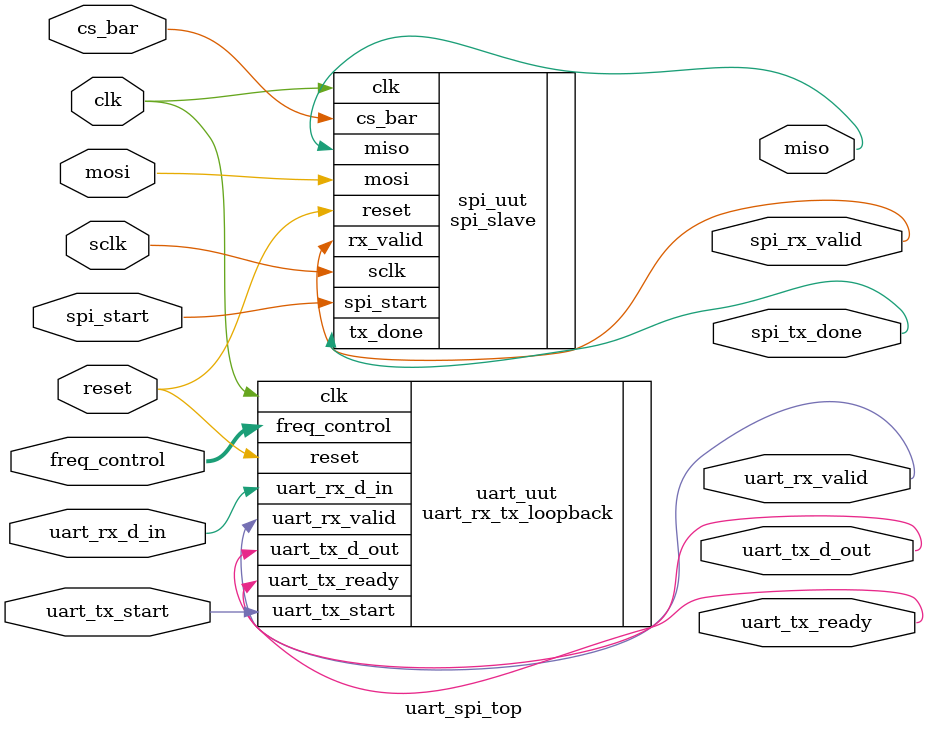
<source format=sv>

module uart_spi_top 
	(
	clk,
	reset,
	freq_control,
	uart_rx_d_in,
	uart_tx_start,
	cs_bar,
	sclk,
	mosi,
	spi_start,
	uart_tx_d_out,
	miso,
	uart_rx_valid,
	uart_tx_ready,
	spi_rx_valid,
	spi_tx_done
	);

	input logic clk;
	input logic reset;
	input logic [1:0] freq_control;
	input logic uart_rx_d_in;
	input logic uart_tx_start;
	input logic cs_bar;
	input logic sclk;
	input logic mosi;
	input logic spi_start;
	output logic uart_tx_d_out;
	output logic miso;
	output logic uart_rx_valid;
	output logic uart_tx_ready;
	output logic spi_rx_valid;
	output logic spi_tx_done;
	// output logic frames_received;

    // logic [7:0] miso_reg_data;
    // logic [7:0] mosi_reg_data;

	
	// Instantiate the UART module
    uart_rx_tx_loopback uart_uut (
        .clk(clk),
        .reset(reset),
        .uart_rx_d_in(uart_rx_d_in),
        .uart_tx_start(uart_tx_start),
		.freq_control(freq_control),
        .uart_tx_d_out(uart_tx_d_out),
        .uart_rx_valid(uart_rx_valid),
        .uart_tx_ready(uart_tx_ready)
    );

	// Instantiate the SPI module
	spi_slave spi_uut (
		.clk(clk),           
		.reset(reset),
		.spi_start(spi_start),
		// .miso_reg_data(miso_reg_data),
		.mosi(mosi),
		.cs_bar(cs_bar),       
		.sclk(sclk),
		.miso(miso),	
		// .mosi_reg_data(mosi_reg_data),
		.rx_valid(spi_rx_valid),
		.tx_done(spi_tx_done)
	);

endmodule


</source>
